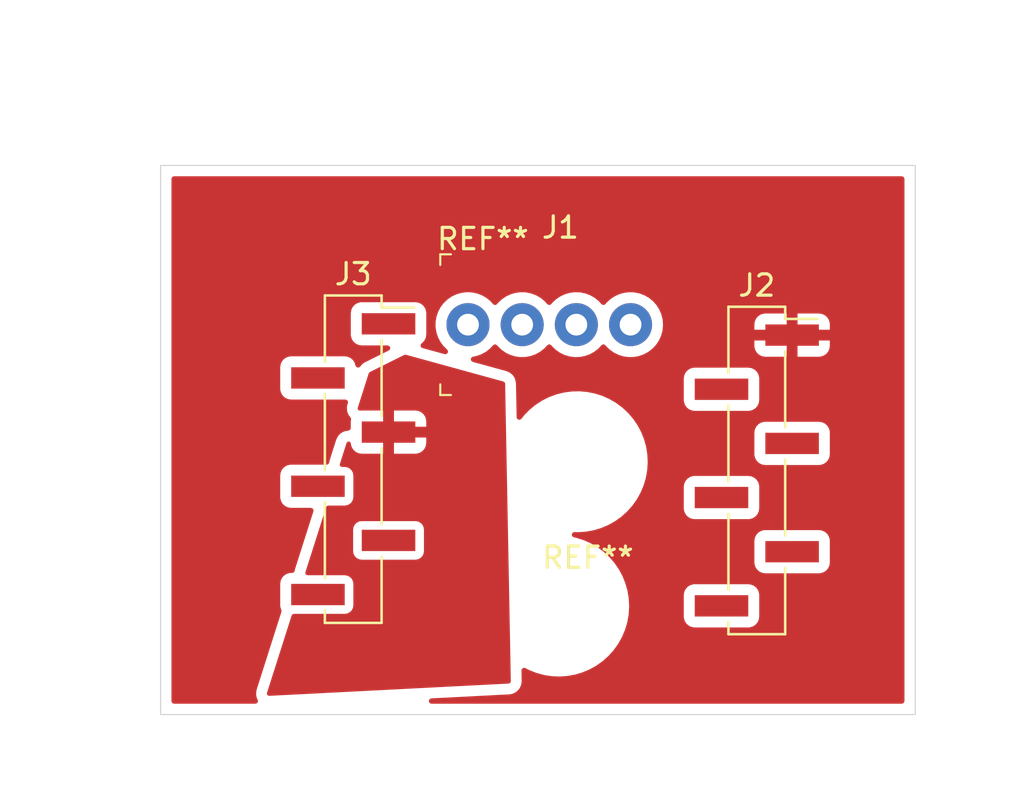
<source format=kicad_pcb>
(kicad_pcb (version 20210108) (generator pcbnew)
  (layers (0 "F.Cu" signal) (31 "B.Cu" signal) (34 "B.Paste" user) (35 "F.Paste" user) (36 "B.SilkS" user "B.Silkscreen") (37 "F.SilkS" user "F.Silkscreen") (38 "B.Mask" user) (39 "F.Mask" user) (44 "Edge.Cuts" user))
  (net 0 "")
  (net 1 "/ThisIsNot_a_NoName_net")
  (net 2 "Net-(J1-Pad3)")
  (net 3 "Net-(J2-Pad3)")
  (net 4 "Net-(J2-Pad2)")
  (net 5 "Net-(J3-Pad4)")
  (net 6 "Net-(J3-Pad3)")
  (net 7 "Net-(J3-Pad2)")
  (net 8 "Net-(J3-Pad1)")
  (footprint "digikey-footprints:PinHeader_1x4_P2.54mm_Drill1.02mm" (layer "F.Cu") (at 133.62 68.79)
    (fp_text reference "J1" (at 4.33 -4.56) (layer "F.SilkS"))
    (fp_text value "0022232041")
    (fp_line (start -1.3 -3.3) (end -1.3 -2.8) (layer "F.SilkS") (width 0.1))
    (fp_line (start -1.3 -3.3) (end -0.8 -3.3) (layer "F.SilkS") (width 0.1))
    (fp_line (start -1.3 3.3) (end -0.8 3.3) (layer "F.SilkS") (width 0.1))
    (fp_line (start -1.3 3.3) (end -1.3 2.8) (layer "F.SilkS") (width 0.1))
    (pad "1" thru_hole circle (at 0 0) (size 2.02 2.02) (drill 1.02) (layers *.Cu *.Mask) (net 5 "Net-(J3-Pad4)"))
    (pad "2" thru_hole circle (at 2.54 0) (size 2.02 2.02) (drill 1.02) (layers *.Cu *.Mask) (net 8 "Net-(J3-Pad1)"))
    (pad "3" thru_hole circle (at 5.08 0) (size 2.02 2.02) (drill 1.02) (layers *.Cu *.Mask) (net 2 "Net-(J1-Pad3)"))
    (pad "4" thru_hole circle (at 7.62 0) (size 2.02 2.02) (drill 1.02) (layers *.Cu *.Mask) (net 5 "Net-(J3-Pad4)"))
  )
  (footprint "MountingHole:MountingHole_3.2mm_M3_DIN965" (layer "F.Cu") (at 137.87 81.99)
    (fp_text reference "H1" hide)
    (fp_text value "MountingHole")
    (pad "" np_thru_hole circle (at 0 0) (size 3.2 3.2) (drill 3.2) (layers *.Cu *.Mask) (clearance 1.7))
  )
  (footprint "Connector_PinHeader_2.54mm:PinHeader_1x06_P2.54mm_Vertical_SMD_Pin1Right" (layer "F.Cu") (at 128.24 75.1)
    (fp_text reference "J3" (at 0 -8.68) (layer "F.SilkS"))
    (fp_text value "0022232041")
    (fp_line (start -1.33 7.11) (end -1.33 7.68) (layer "F.SilkS") (width 0.12))
    (fp_line (start -1.33 -3.05) (end -1.33 0.51) (layer "F.SilkS") (width 0.12))
    (fp_line (start 1.33 -0.51) (end 1.33 3.05) (layer "F.SilkS") (width 0.12))
    (fp_line (start -1.33 -7.68) (end 1.33 -7.68) (layer "F.SilkS") (width 0.12))
    (fp_line (start 1.33 -7.68) (end 1.33 -7.11) (layer "F.SilkS") (width 0.12))
    (fp_line (start -1.33 7.68) (end 1.33 7.68) (layer "F.SilkS") (width 0.12))
    (fp_line (start 1.33 4.57) (end 1.33 7.68) (layer "F.SilkS") (width 0.12))
    (fp_line (start -1.33 -7.68) (end -1.33 -4.57) (layer "F.SilkS") (width 0.12))
    (fp_line (start 1.33 -5.59) (end 1.33 -2.03) (layer "F.SilkS") (width 0.12))
    (fp_line (start -1.33 2.03) (end -1.33 5.59) (layer "F.SilkS") (width 0.12))
    (fp_line (start 1.33 -7.11) (end 2.85 -7.11) (layer "F.SilkS") (width 0.12))
    (pad "1" smd rect (at 1.655 -6.35) (size 2.51 1) (layers "F.Cu" "F.Paste" "F.Mask") (net 8 "Net-(J3-Pad1)"))
    (pad "2" smd rect (at -1.655 -3.81) (size 2.51 1) (layers "F.Cu" "F.Paste" "F.Mask") (net 7 "Net-(J3-Pad2)"))
    (pad "3" smd rect (at 1.655 -1.27) (size 2.51 1) (layers "F.Cu" "F.Paste" "F.Mask") (net 6 "Net-(J3-Pad3)"))
    (pad "4" smd rect (at -1.655 1.27) (size 2.51 1) (layers "F.Cu" "F.Paste" "F.Mask") (net 5 "Net-(J3-Pad4)"))
    (pad "5" smd rect (at 1.655 3.81) (size 2.51 1) (layers "F.Cu" "F.Paste" "F.Mask"))
    (pad "6" smd rect (at -1.655 6.35) (size 2.51 1) (layers "F.Cu" "F.Paste" "F.Mask"))
  )
  (footprint "qli-footprints:MountingHole_M3_wKeepout" (layer "F.Cu") (at 138.74 75.22)
    (fp_text reference "REF**" (at 0.5 4.5) (layer "F.SilkS"))
    (fp_text value "MountingHole_M3_wKeepout")
    (pad "" np_thru_hole circle (at 0 0) (size 3.2 3.2) (drill 3.2) (layers *.Cu *.Mask) (clearance 1.7))
  )
  (footprint "Connector_PinHeader_2.54mm:PinHeader_1x06_P2.54mm_Vertical_SMD_Pin1Right" (layer "F.Cu") (at 147.16 75.63)
    (fp_text reference "J2" (at 0 -8.68) (layer "F.SilkS"))
    (fp_text value "0022232041")
    (fp_line (start -1.33 7.11) (end -1.33 7.68) (layer "F.SilkS") (width 0.12))
    (fp_line (start -1.33 -3.05) (end -1.33 0.51) (layer "F.SilkS") (width 0.12))
    (fp_line (start -1.33 7.68) (end 1.33 7.68) (layer "F.SilkS") (width 0.12))
    (fp_line (start 1.33 -0.51) (end 1.33 3.05) (layer "F.SilkS") (width 0.12))
    (fp_line (start 1.33 -7.68) (end 1.33 -7.11) (layer "F.SilkS") (width 0.12))
    (fp_line (start 1.33 4.57) (end 1.33 7.68) (layer "F.SilkS") (width 0.12))
    (fp_line (start -1.33 -7.68) (end -1.33 -4.57) (layer "F.SilkS") (width 0.12))
    (fp_line (start 1.33 -7.11) (end 2.85 -7.11) (layer "F.SilkS") (width 0.12))
    (fp_line (start -1.33 -7.68) (end 1.33 -7.68) (layer "F.SilkS") (width 0.12))
    (fp_line (start -1.33 2.03) (end -1.33 5.59) (layer "F.SilkS") (width 0.12))
    (fp_line (start 1.33 -5.59) (end 1.33 -2.03) (layer "F.SilkS") (width 0.12))
    (pad "1" smd rect (at 1.655 -6.35) (size 2.51 1) (layers "F.Cu" "F.Paste" "F.Mask") (net 1 "/ThisIsNot_a_NoName_net"))
    (pad "2" smd rect (at -1.655 -3.81) (size 2.51 1) (layers "F.Cu" "F.Paste" "F.Mask") (net 4 "Net-(J2-Pad2)"))
    (pad "3" smd rect (at 1.655 -1.27) (size 2.51 1) (layers "F.Cu" "F.Paste" "F.Mask") (net 3 "Net-(J2-Pad3)"))
    (pad "4" smd rect (at -1.655 1.27) (size 2.51 1) (layers "F.Cu" "F.Paste" "F.Mask") (net 5 "Net-(J3-Pad4)"))
    (pad "5" smd rect (at 1.655 3.81) (size 2.51 1) (layers "F.Cu" "F.Paste" "F.Mask"))
    (pad "6" smd rect (at -1.655 6.35) (size 2.51 1) (layers "F.Cu" "F.Paste" "F.Mask"))
  )
  (gr_rect (start 119.21 61.32) (end 154.59 87.08) (layer "Edge.Cuts") (width 0.05) (fill none))
  (gr_text "REF**" (at 134.32 64.77) (layer "F.SilkS") (effects (font (size 1 1))))
  (zone (net 1) (net_name "/ThisIsNot_a_NoName_net") (layer "F.Cu") (connect_pads (clearance 0.508)) (min_thickness 0.254) (fill yes (thermal_gap 0.508) (thermal_bridge_width 0.508))
    (polygon (pts (xy 158.31 58.54) (xy 159.69 90.53) (xy 111.68 91.56) (xy 115.96 53.56)))
  )
  (zone (net 6) (net_name "Net-(J3-Pad3)") (layer "F.Cu") (priority 1) (connect_pads (clearance 0.4)) (min_thickness 0.21) (fill yes (thermal_gap 0.508) (thermal_bridge_width 0.508))
    (polygon (pts (xy 135.63 85.62) (xy 124.15 86.21) (xy 128.98 71.03) (xy 130.67 70.19) (xy 135.36 71.48)))
  )
)
</source>
